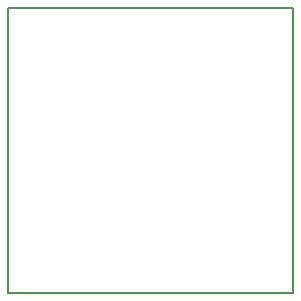
<source format=gbr>
G04 #@! TF.FileFunction,Profile,NP*
%FSLAX46Y46*%
G04 Gerber Fmt 4.6, Leading zero omitted, Abs format (unit mm)*
G04 Created by KiCad (PCBNEW 4.0.7) date 12/24/18 13:23:31*
%MOMM*%
%LPD*%
G01*
G04 APERTURE LIST*
%ADD10C,0.100000*%
%ADD11C,0.150000*%
G04 APERTURE END LIST*
D10*
D11*
X126365000Y-121285000D02*
X126365000Y-97155000D01*
X150495000Y-121285000D02*
X126365000Y-121285000D01*
X150495000Y-97155000D02*
X150495000Y-121285000D01*
X126365000Y-97155000D02*
X150495000Y-97155000D01*
M02*

</source>
